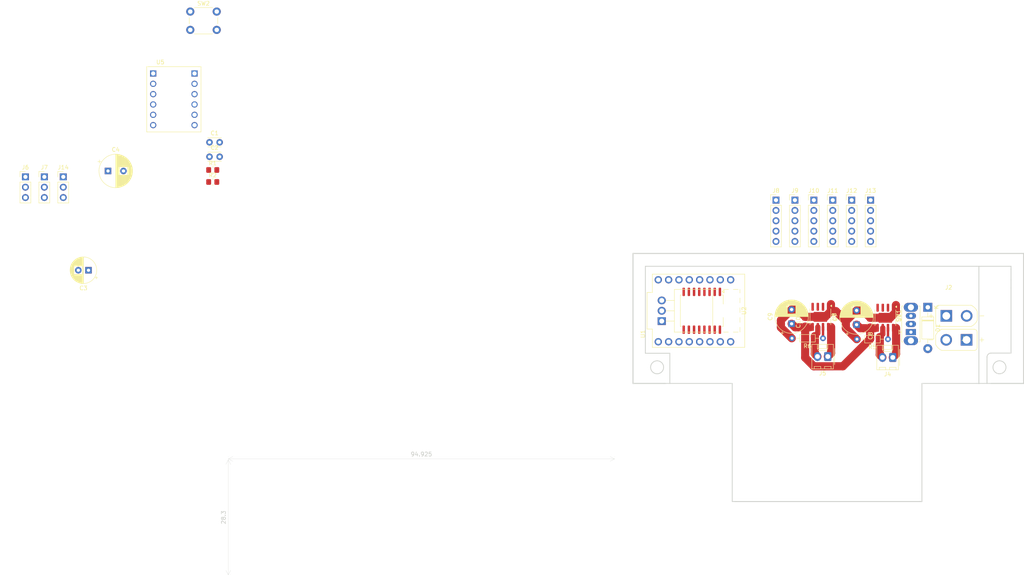
<source format=kicad_pcb>
(kicad_pcb (version 20241229) (generator "pcbnew") (generator_version "9.0")
  (layers (0 "F.Cu" signal) (2 "B.Cu" signal) (13 "F.Paste" user) (15 "B.Paste" user) (5 "F.SilkS" user "F.Silkscreen") (7 "B.SilkS" user "B.Silkscreen") (1 "F.Mask" user) (3 "B.Mask" user) (25 "Edge.Cuts" user))
  (net 0 "")
  (net 1 "VMOT")
  (net 2 "GND")
  (net 3 "+5V")
  (net 4 "Net-(D1-K)")
  (net 5 "Net-(D1-A)")
  (net 6 "Net-(J1-PadP)")
  (net 7 "Net-(J6-Pin_3)")
  (net 8 "Net-(J7-Pin_3)")
  (net 9 "SCL")
  (net 10 "SDA")
  (net 11 "VL53_0")
  (net 12 "+3.3V")
  (net 13 "VL53_1")
  (net 14 "VL53_2")
  (net 15 "VL53_3")
  (net 16 "VL53_5")
  (net 17 "VL53_4")
  (net 18 "Net-(J14-Pin_3)")
  (net 20 "Net-(U1-GPIO0)")
  (net 21 "INB2")
  (net 22 "QTR_DER")
  (net 23 "INA1")
  (net 24 "INA2")
  (net 26 "QTR_IZQ")
  (net 27 "INB1")
  (net 35 "/A4950 A/OUT2")
  (net 36 "/A4950 A/OUT1")
  (net 37 "Net-(U4-SDA)")
  (net 38 "Net-(U7-LSS)")
  (net 41 "Net-(U8-LSS)")
  (net 42 "/A4950 B/OUT1")
  (net 43 "/A4950 B/OUT2")
  (footprint "Connector_PinHeader_2.54mm:PinHeader_1x05_P2.54mm_Vertical" (layer "F.Cu") (at 215.55 86.19)
    (property "Reference" "J8" (at 0 -2.33 0) (layer "F.SilkS"))
    (property "Value" "Conn_01x05_Pin")
    (pad "1" thru_hole rect (at 0 0) (size 1.7 1.7) (drill 1) (layers "*.Cu" "*.Mask") (net 12 "+3.3V"))
    (pad "2" thru_hole oval (at 0 2.54) (size 1.7 1.7) (drill 1) (layers "*.Cu" "*.Mask") (net 2 "GND"))
    (pad "3" thru_hole oval (at 0 5.08) (size 1.7 1.7) (drill 1) (layers "*.Cu" "*.Mask") (net 9 "SCL"))
    (pad "4" thru_hole oval (at 0 7.62) (size 1.7 1.7) (drill 1) (layers "*.Cu" "*.Mask") (net 10 "SDA"))
    (pad "5" thru_hole oval (at 0 10.16) (size 1.7 1.7) (drill 1) (layers "*.Cu" "*.Mask") (net 11 "VL53_0"))
  )
  (footprint "Package_SO:SOIC-8-1EP_3.9x4.9mm_P1.27mm_EP2.41x3.3mm" (layer "F.Cu") (at 242.429 115.119 -90)
    (property "Reference" "U7" (at 0 -3.4 90) (layer "F.SilkS"))
    (property "Value" "A4950E")
    (pad "1" smd roundrect (at -2.475 -1.905 270) (size 1.95 0.6) (layers "F.Cu" "F.Mask" "F.Paste") (net 2 "GND"))
    (pad "2" smd roundrect (at -2.475 -0.635 270) (size 1.95 0.6) (layers "F.Cu" "F.Mask" "F.Paste") (net 24 "INA2"))
    (pad "3" smd roundrect (at -2.475 0.635 270) (size 1.95 0.6) (layers "F.Cu" "F.Mask" "F.Paste") (net 23 "INA1"))
    (pad "4" smd roundrect (at -2.475 1.905 270) (size 1.95 0.6) (layers "F.Cu" "F.Mask" "F.Paste") (net 12 "+3.3V"))
    (pad "5" smd roundrect (at 2.475 1.905 270) (size 1.95 0.6) (layers "F.Cu" "F.Mask" "F.Paste") (net 1 "VMOT"))
    (pad "6" smd roundrect (at 2.475 0.635 270) (size 1.95 0.6) (layers "F.Cu" "F.Mask" "F.Paste") (net 36 "/A4950 A/OUT1"))
    (pad "7" smd roundrect (at 2.475 -0.635 270) (size 1.95 0.6) (layers "F.Cu" "F.Mask" "F.Paste") (net 38 "Net-(U7-LSS)"))
    (pad "8" smd roundrect (at 2.475 -1.905 270) (size 1.95 0.6) (layers "F.Cu" "F.Mask" "F.Paste") (net 35 "/A4950 A/OUT2"))
    (pad "9" smd rect (at 0 0 270) (size 2.41 3.3) (property pad_prop_heatsink) (layers "F.Cu" "F.Mask") (net 2 "GND"))
  )
  (footprint "Button_Switch_THT:SW_PUSH_6mm_H4.3mm" (layer "F.Cu") (at 71.63 39.82)
    (property "Reference" "SW2" (at 3.25 -2 0) (layer "F.SilkS"))
    (property "Value" "SW_Push")
    (pad "1" thru_hole circle (at 0 0 90) (size 2 2) (drill 1.1) (layers "*.Cu" "*.Mask") (net 2 "GND"))
    (pad "1" thru_hole circle (at 6.5 0 90) (size 2 2) (drill 1.1) (layers "*.Cu" "*.Mask") (net 2 "GND"))
    (pad "2" thru_hole circle (at 0 4.5 90) (size 2 2) (drill 1.1) (layers "*.Cu" "*.Mask") (net 20 "Net-(U1-GPIO0)"))
    (pad "2" thru_hole circle (at 6.5 4.5 90) (size 2 2) (drill 1.1) (layers "*.Cu" "*.Mask") (net 20 "Net-(U1-GPIO0)"))
  )
  (footprint "Connector_Molex:Molex_KK-254_AE-6410-02A_1x02_P2.54mm_Vertical" (layer "F.Cu") (at 244.244 124.879 180)
    (property "Reference" "J4" (at 1.27 -4.12 0) (layer "F.SilkS"))
    (property "Value" "Conn_01x02_Pin")
    (pad "1" thru_hole roundrect (at 0 0 180) (size 1.74 2.19) (drill 1.19) (layers "*.Cu" "*.Mask") (roundrect_rratio 0.143678) (net 35 "/A4950 A/OUT2"))
    (pad "2" thru_hole oval (at 2.54 0 180) (size 1.74 2.19) (drill 1.19) (layers "*.Cu" "*.Mask") (net 36 "/A4950 A/OUT1"))
  )
  (footprint "XT30UPB-M:AMASS_XT30UPB-M" (layer "F.Cu") (at 259.9 114.65)
    (property "Reference" "J2" (at -1.925 -6.975 0) (layer "F.SilkS"))
    (property "Value" "XT30UPB-M")
    (pad "N" thru_hole circle (at 2.5 0) (size 2.85 2.85) (drill 1.9) (layers "*.Cu" "*.Mask") (net 6 "Net-(J1-PadP)"))
    (pad "P" thru_hole rect (at -2.5 0) (size 2.85 2.85) (drill 1.9) (layers "*.Cu" "*.Mask") (net 2 "GND"))
  )
  (footprint "BOB-12009:CONV_BOB-12009" (layer "F.Cu") (at 67.595 61.395)
    (property "Reference" "U5" (at -3.325 -9.135 0) (layer "F.SilkS"))
    (property "Value" "LEVEL-SHIFTER-4ch")
    (pad "GND_1" thru_hole circle (at 5.08 1.27) (size 1.524 1.524) (drill 1.016) (layers "*.Cu" "*.Mask") (net 2 "GND"))
    (pad "GND_2" thru_hole circle (at -5.08 1.27) (size 1.524 1.524) (drill 1.016) (layers "*.Cu" "*.Mask") (net 2 "GND"))
    (pad "HV" thru_hole circle (at 5.08 -1.27) (size 1.524 1.524) (drill 1.016) (layers "*.Cu" "*.Mask") (net 3 "+5V"))
    (pad "HV1" thru_hole rect (at 5.08 -6.35) (size 1.524 1.524) (drill 1.016) (layers "*.Cu" "*.Mask"))
    (pad "HV2" thru_hole circle (at 5.08 -3.81) (size 1.524 1.524) (drill 1.016) (layers "*.Cu" "*.Mask"))
    (pad "HV3" thru_hole circle (at 5.08 3.81) (size 1.524 1.524) (drill 1.016) (layers "*.Cu" "*.Mask") (net 7 "Net-(J6-Pin_3)"))
    (pad "HV4" thru_hole circle (at 5.08 6.35) (size 1.524 1.524) (drill 1.016) (layers "*.Cu" "*.Mask") (net 8 "Net-(J7-Pin_3)"))
    (pad "LV" thru_hole circle (at -5.08 -1.27) (size 1.524 1.524) (drill 1.016) (layers "*.Cu" "*.Mask") (net 12 "+3.3V"))
    (pad "LV1" thru_hole rect (at -5.08 -6.35) (size 1.524 1.524) (drill 1.016) (layers "*.Cu" "*.Mask"))
    (pad "LV2" thru_hole circle (at -5.08 -3.81) (size 1.524 1.524) (drill 1.016) (layers "*.Cu" "*.Mask"))
    (pad "LV3" thru_hole circle (at -5.08 3.81) (size 1.524 1.524) (drill 1.016) (layers "*.Cu" "*.Mask") (net 26 "QTR_IZQ"))
    (pad "LV4" thru_hole circle (at -5.08 6.35) (size 1.524 1.524) (drill 1.016) (layers "*.Cu" "*.Mask") (net 22 "QTR_DER"))
  )
  (footprint "Capacitor_THT:CP_Radial_D6.3mm_P2.50mm" (layer "F.Cu") (at 46.62 103.43 180)
    (property "Reference" "C3" (at 1.25 -4.4 0) (layer "F.SilkS"))
    (property "Value" "220uf / 25v")
    (pad "1" thru_hole rect (at 0 0 180) (size 1.6 1.6) (drill 0.8) (layers "*.Cu" "*.Mask") (net 1 "VMOT"))
    (pad "2" thru_hole circle (at 2.5 0 180) (size 1.6 1.6) (drill 0.8) (layers "*.Cu" "*.Mask") (net 2 "GND"))
  )
  (footprint "Capacitor_THT:C_Disc_D3.0mm_W2.0mm_P2.50mm" (layer "F.Cu") (at 76.35 75.52)
    (property "Reference" "C2" (at 1.25 -2.25 0) (layer "F.SilkS"))
    (property "Value" ".1uf")
    (pad "1" thru_hole circle (at 0 0) (size 1.6 1.6) (drill 0.8) (layers "*.Cu" "*.Mask") (net 3 "+5V"))
    (pad "2" thru_hole circle (at 2.5 0) (size 1.6 1.6) (drill 0.8) (layers "*.Cu" "*.Mask") (net 2 "GND"))
  )
  (footprint "XT30UPB-M:AMASS_XT30UPB-M" (layer "F.Cu") (at 259.875 120.55 180)
    (property "Reference" "J1" (at -2.0935 0.305 0) (layer "F.SilkS"))
    (property "Value" "XT30UPB-M")
    (pad "N" thru_hole circle (at 2.5 0 180) (size 2.85 2.85) (drill 1.9) (layers "*.Cu" "*.Mask") (net 5 "Net-(D1-A)"))
    (pad "P" thru_hole rect (at -2.5 0 180) (size 2.85 2.85) (drill 1.9) (layers "*.Cu" "*.Mask") (net 6 "Net-(J1-PadP)"))
  )
  (footprint "Package_SO:SOIC-16W_7.5x10.3mm_P1.27mm" (layer "F.Cu") (at 197.32 113.4 -90)
    (property "Reference" "U4" (at 0 -6.1 90) (layer "F.SilkS"))
    (property "Value" "PCF8574AT")
    (pad "1" smd roundrect (at -4.65 -4.445 270) (size 2.05 0.6) (layers "F.Cu" "F.Mask" "F.Paste") (net 2 "GND"))
    (pad "2" smd roundrect (at -4.65 -3.175 270) (size 2.05 0.6) (layers "F.Cu" "F.Mask" "F.Paste") (net 2 "GND"))
    (pad "3" smd roundrect (at -4.65 -1.905 270) (size 2.05 0.6) (layers "F.Cu" "F.Mask" "F.Paste") (net 2 "GND"))
    (pad "4" smd roundrect (at -4.65 -0.635 270) (size 2.05 0.6) (layers "F.Cu" "F.Mask" "F.Paste") (net 11 "VL53_0"))
    (pad "5" smd roundrect (at -4.65 0.635 270) (size 2.05 0.6) (layers "F.Cu" "F.Mask" "F.Paste") (net 13 "VL53_1"))
    (pad "6" smd roundrect (at -4.65 1.905 270) (size 2.05 0.6) (layers "F.Cu" "F.Mask" "F.Paste") (net 14 "VL53_2"))
    (pad "7" smd roundrect (at -4.65 3.175 270) (size 2.05 0.6) (layers "F.Cu" "F.Mask" "F.Paste") (net 15 "VL53_3"))
    (pad "8" smd roundrect (at -4.65 4.445 270) (size 2.05 0.6) (layers "F.Cu" "F.Mask" "F.Paste") (net 2 "GND"))
    (pad "9" smd roundrect (at 4.65 4.445 270) (size 2.05 0.6) (layers "F.Cu" "F.Mask" "F.Paste") (net 17 "VL53_4"))
    (pad "10" smd roundrect (at 4.65 3.175 270) (size 2.05 0.6) (layers "F.Cu" "F.Mask" "F.Paste") (net 16 "VL53_5"))
    (pad "11" smd roundrect (at 4.65 1.905 270) (size 2.05 0.6) (layers "F.Cu" "F.Mask" "F.Paste"))
    (pad "12" smd roundrect (at 4.65 0.635 270) (size 2.05 0.6) (layers "F.Cu" "F.Mask" "F.Paste"))
    (pad "13" smd roundrect (at 4.65 -0.635 270) (size 2.05 0.6) (layers "F.Cu" "F.Mask" "F.Paste"))
    (pad "14" smd roundrect (at 4.65 -1.905 270) (size 2.05 0.6) (layers "F.Cu" "F.Mask" "F.Paste") (net 9 "SCL"))
    (pad "15" smd roundrect (at 4.65 -3.175 270) (size 2.05 0.6) (layers "F.Cu" "F.Mask" "F.Paste") (net 37 "Net-(U4-SDA)"))
    (pad "16" smd roundrect (at 4.65 -4.445 270) (size 2.05 0.6) (layers "F.Cu" "F.Mask" "F.Paste") (net 12 "+3.3V"))
  )
  (footprint "Capacitor_THT:CP_Radial_D8.0mm_P3.50mm" (layer "F.Cu") (at 219.389 116.594 90)
    (property "Reference" "C9" (at 1.75 -5.25 90) (layer "F.SilkS"))
    (property "Value" "100uf/50v")
    (pad "1" thru_hole rect (at 0 0 90) (size 1.6 1.6) (drill 0.8) (layers "*.Cu" "*.Mask") (net 1 "VMOT"))
    (pad "2" thru_hole circle (at 3.5 0 90) (size 1.6 1.6) (drill 0.8) (layers "*.Cu" "*.Mask") (net 2 "GND"))
  )
  (footprint "Capacitor_SMD:C_0805_2012Metric_Pad1.18x1.45mm_HandSolder" (layer "F.Cu") (at 238.684 116.469 90)
    (property "Reference" "C8" (at -3.0775 0.08 90) (layer "F.SilkS"))
    (property "Value" "0.22uf")
    (pad "1" smd roundrect (at -1.0375 0 90) (size 1.175 1.45) (layers "F.Cu" "F.Mask" "F.Paste") (roundrect_rratio 0.212766) (net 1 "VMOT"))
    (pad "2" smd roundrect (at 1.0375 0 90) (size 1.175 1.45) (layers "F.Cu" "F.Mask" "F.Paste") (roundrect_rratio 0.212766) (net 2 "GND"))
  )
  (footprint "Connector_PinHeader_2.54mm:PinHeader_1x05_P2.54mm_Vertical" (layer "F.Cu") (at 224.85 86.19)
    (property "Reference" "J10" (at 0 -2.33 0) (layer "F.SilkS"))
    (property "Value" "Conn_01x05_Pin")
    (pad "1" thru_hole rect (at 0 0) (size 1.7 1.7) (drill 1) (layers "*.Cu" "*.Mask") (net 12 "+3.3V"))
    (pad "2" thru_hole oval (at 0 2.54) (size 1.7 1.7) (drill 1) (layers "*.Cu" "*.Mask") (net 2 "GND"))
    (pad "3" thru_hole oval (at 0 5.08) (size 1.7 1.7) (drill 1) (layers "*.Cu" "*.Mask") (net 9 "SCL"))
    (pad "4" thru_hole oval (at 0 7.62) (size 1.7 1.7) (drill 1) (layers "*.Cu" "*.Mask") (net 10 "SDA"))
    (pad "5" thru_hole oval (at 0 10.16) (size 1.7 1.7) (drill 1) (layers "*.Cu" "*.Mask") (net 14 "VL53_2"))
  )
  (footprint "Capacitor_THT:C_Disc_D3.0mm_W2.0mm_P2.50mm" (layer "F.Cu") (at 76.35 71.97)
    (property "Reference" "C1" (at 1.25 -2.25 0) (layer "F.SilkS"))
    (property "Value" ".33uf")
    (pad "1" thru_hole circle (at 0 0) (size 1.6 1.6) (drill 0.8) (layers "*.Cu" "*.Mask") (net 1 "VMOT"))
    (pad "2" thru_hole circle (at 2.5 0) (size 1.6 1.6) (drill 0.8) (layers "*.Cu" "*.Mask") (net 2 "GND"))
  )
  (footprint "Connector_PinHeader_2.54mm:PinHeader_1x05_P2.54mm_Vertical" (layer "F.Cu") (at 234.15 86.19)
    (property "Reference" "J12" (at 0 -2.33 0) (layer "F.SilkS"))
    (property "Value" "Conn_01x05_Pin")
    (pad "1" thru_hole rect (at 0 0) (size 1.7 1.7) (drill 1) (layers "*.Cu" "*.Mask") (net 12 "+3.3V"))
    (pad "2" thru_hole oval (at 0 2.54) (size 1.7 1.7) (drill 1) (layers "*.Cu" "*.Mask") (net 2 "GND"))
    (pad "3" thru_hole oval (at 0 5.08) (size 1.7 1.7) (drill 1) (layers "*.Cu" "*.Mask") (net 9 "SCL"))
    (pad "4" thru_hole oval (at 0 7.62) (size 1.7 1.7) (drill 1) (layers "*.Cu" "*.Mask") (net 10 "SDA"))
    (pad "5" thru_hole oval (at 0 10.16) (size 1.7 1.7) (drill 1) (layers "*.Cu" "*.Mask") (net 16 "VL53_5"))
  )
  (footprint "Package_TO_SOT_THT:TO-220F-3_Horizontal_TabUp" (layer "F.Cu") (at 187.475 115.94 90)
    (property "Reference" "U2" (at 2.54 20.22 90) (layer "F.SilkS"))
    (property "Value" "L7805")
    (pad "" np_thru_hole circle (at 2.54 15.8 90) (size 3.5 3.5) (drill 3.5) (layers "*.Cu" "*.Mask"))
    (pad "1" thru_hole rect (at 0 0 90) (size 1.905 2) (drill 1.2) (layers "*.Cu" "*.Mask") (net 1 "VMOT"))
    (pad "2" thru_hole oval (at 2.54 0 90) (size 1.905 2) (drill 1.2) (layers "*.Cu" "*.Mask") (net 2 "GND"))
    (pad "3" thru_hole oval (at 5.08 0 90) (size 1.905 2) (drill 1.2) (layers "*.Cu" "*.Mask") (net 3 "+5V"))
  )
  (footprint "Package_SO:SOIC-8-1EP_3.9x4.9mm_P1.27mm_EP2.41x3.3mm" (layer "F.Cu") (at 226.464 114.894 -90)
    (property "Reference" "U8" (at 0 -3.4 90) (layer "F.SilkS"))
    (property "Value" "A4950E")
    (pad "1" smd roundrect (at -2.475 -1.905 270) (size 1.95 0.6) (layers "F.Cu" "F.Mask" "F.Paste") (net 2 "GND"))
    (pad "2" smd roundrect (at -2.475 -0.635 270) (size 1.95 0.6) (layers "F.Cu" "F.Mask" "F.Paste") (net 21 "INB2"))
    (pad "3" smd roundrect (at -2.475 0.635 270) (size 1.95 0.6) (layers "F.Cu" "F.Mask" "F.Paste") (net 27 "INB1"))
    (pad "4" smd roundrect (at -2.475 1.905 270) (size 1.95 0.6) (layers "F.Cu" "F.Mask" "F.Paste") (net 12 "+3.3V"))
    (pad "5" smd roundrect (at 2.475 1.905 270) (size 1.95 0.6) (layers "F.Cu" "F.Mask" "F.Paste") (net 1 "VMOT"))
    (pad "6" smd roundrect (at 2.475 0.635 270) (size 1.95 0.6) (layers "F.Cu" "F.Mask" "F.Paste") (net 42 "/A4950 B/OUT1"))
    (pad "7" smd roundrect (at 2.475 -0.635 270) (size 1.95 0.6) (layers "F.Cu" "F.Mask" "F.Paste") (net 41 "Net-(U8-LSS)"))
    (pad "8" smd roundrect (at 2.475 -1.905 270) (size 1.95 0.6) (layers "F.Cu" "F.Mask" "F.Paste") (net 43 "/A4950 B/OUT2"))
    (pad "9" smd rect (at 0 0 270) (size 2.41 3.3) (property pad_prop_heatsink) (layers "F.Cu" "F.Mask") (net 2 "GND"))
  )
  (footprint "Resistor_THT:R_Axial_DIN0204_L3.6mm_D1.6mm_P7.62mm_Horizontal" (layer "F.Cu") (at 227.099 120.164 180)
    (property "Reference" "R6" (at 3.81 -1.92 0) (layer "F.SilkS"))
    (property "Value" "0.1/ 1W")
    (pad "1" thru_hole circle (at 0 0 180) (size 1.4 1.4) (drill 0.7) (layers "*.Cu" "*.Mask") (net 41 "Net-(U8-LSS)"))
    (pad "2" thru_hole oval (at 7.62 0 180) (size 1.4 1.4) (drill 0.7) (layers "*.Cu" "*.Mask") (net 2 "GND"))
  )
  (footprint "Resistor_SMD:R_0805_2012Metric_Pad1.20x1.40mm_HandSolder" (layer "F.Cu") (at 77.15 81.72)
    (property "Reference" "R2" (at 0 -1.65 0) (layer "F.SilkS"))
    (property "Value" "10k")
    (pad "1" smd roundrect (at -1 0) (size 1.2 1.4) (layers "F.Cu" "F.Mask" "F.Paste") (roundrect_rratio 0.208333) (net 12 "+3.3V"))
    (pad "2" smd roundrect (at 1 0) (size 1.2 1.4) (layers "F.Cu" "F.Mask" "F.Paste") (roundrect_rratio 0.208333) (net 9 "SCL"))
  )
  (footprint "Button_Switch_THT:SW_Slide_SPDT_Straight_CK_OS102011MS2Q" (layer "F.Cu") (at 248.702106 118.65 90)
    (property "Reference" "SW1" (at 3.99 -2.99 90) (layer "F.SilkS"))
    (property "Value" "SW_SPDT")
    (pad "" thru_hole oval (at -2.1 0 90) (size 2.2 3.5) (drill 1.5) (layers "*.Cu" "*.Mask"))
    (pad "" thru_hole oval (at 6.1 0 90) (size 2.2 3.5) (drill 1.5) (layers "*.Cu" "*.Mask"))
    (pad "1" thru_hole rect (at 0 0 90) (size 1.5 2.5) (drill 0.8) (layers "*.Cu" "*.Mask") (net 1 "VMOT"))
    (pad "2" thru_hole oval (at 2 0 90) (size 1.5 2.5) (drill 0.8) (layers "*.Cu" "*.Mask") (net 4 "Net-(D1-K)"))
    (pad "3" thru_hole oval (at 4 0 90) (size 1.5 2.5) (drill 0.8) (layers "*.Cu" "*.Mask"))
  )
  (footprint "Connector_PinHeader_2.54mm:PinHeader_1x05_P2.54mm_Vertical" (layer "F.Cu") (at 238.8 86.19)
    (property "Reference" "J13" (at 0 -2.33 0) (layer "F.SilkS"))
    (property "Value" "Conn_01x05_Pin")
    (pad "1" thru_hole rect (at 0 0) (size 1.7 1.7) (drill 1) (layers "*.Cu" "*.Mask") (net 12 "+3.3V"))
    (pad "2" thru_hole oval (at 0 2.54) (size 1.7 1.7) (drill 1) (layers "*.Cu" "*.Mask") (net 2 "GND"))
    (pad "3" thru_hole oval (at 0 5.08) (size 1.7 1.7) (drill 1) (layers "*.Cu" "*.Mask") (net 9 "SCL"))
    (pad "4" thru_hole oval (at 0 7.62) (size 1.7 1.7) (drill 1) (layers "*.Cu" "*.Mask") (net 10 "SDA"))
    (pad "5" thru_hole oval (at 0 10.16) (size 1.7 1.7) (drill 1) (layers "*.Cu" "*.Mask") (net 17 "VL53_4"))
  )
  (footprint "Capacitor_THT:CP_Radial_D8.0mm_P3.80mm" (layer "F.Cu") (at 51.414698 79.02)
    (property "Reference" "C4" (at 1.9 -5.25 0) (layer "F.SilkS"))
    (property "Value" "220uf / 25v")
    (pad "1" thru_hole rect (at 0 0) (size 1.6 1.6) (drill 0.8) (layers "*.Cu" "*.Mask") (net 3 "+5V"))
    (pad "2" thru_hole circle (at 3.8 0) (size 1.6 1.6) (drill 0.8) (layers "*.Cu" "*.Mask") (net 2 "GND"))
  )
  (footprint "Capacitor_THT:CP_Radial_D8.0mm_P3.50mm" (layer "F.Cu") (at 235.354 116.819 90)
    (property "Reference" "C7" (at 1.75 -5.25 90) (layer "F.SilkS"))
    (property "Value" "100uf/50v")
    (pad "1" thru_hole rect (at 0 0 90) (size 1.6 1.6) (drill 0.8) (layers "*.Cu" "*.Mask") (net 1 "VMOT"))
    (pad "2" thru_hole circle (at 3.5 0 90) (size 1.6 1.6) (drill 0.8) (layers "*.Cu" "*.Mask") (net 2 "GND"))
  )
  (footprint "Connector_Molex:Molex_KK-254_AE-6410-02A_1x02_P2.54mm_Vertical" (layer "F.Cu") (at 228.279 124.654 180)
    (property "Reference" "J5" (at 1.27 -4.12 0) (layer "F.SilkS"))
    (property "Value" "Conn_01x02_Pin")
    (pad "1" thru_hole roundrect (at 0 0 180) (size 1.74 2.19) (drill 1.19) (layers "*.Cu" "*.Mask") (roundrect_rratio 0.143678) (net 43 "/A4950 B/OUT2"))
    (pad "2" thru_hole oval (at 2.54 0 180) (size 1.74 2.19) (drill 1.19) (layers "*.Cu" "*.Mask") (net 42 "/A4950 B/OUT1"))
  )
  (footprint "Diode_THT:D_DO-41_SOD81_P10.16mm_Horizontal" (layer "F.Cu") (at 252.85 112.545 -90)
    (property "Reference" "D1" (at 5.08 -2.47 90) (layer "F.SilkS"))
    (property "Value" "1N4007")
    (fp_text user "K" (at 0 -2.1 90) (layer "F.SilkS"))
    (pad "1" thru_hole rect (at 0 0 270) (size 2.2 2.2) (drill 1.1) (layers "*.Cu" "*.Mask") (net 4 "Net-(D1-K)"))
    (pad "2" thru_hole oval (at 10.16 0 270) (size 2.2 2.2) (drill 1.1) (layers "*.Cu" "*.Mask") (net 5 "Net-(D1-A)"))
  )
  (footprint "ESP32-C3_SUPERMINI_TH:MODULE_ESP32-C3_SUPERMINI_TH" (layer "F.Cu") (at 196.525 113.4 90)
    (property "Reference" "U1" (at -5.715 -13.6525 90) (layer "F.SilkS"))
    (property "Value" "ESP32-C3_SUPERMINI_TH")
    (pad "0" thru_hole circle (at 7.62 7.88 90) (size 1.8 1.8) (drill 1.1) (layers "*.Cu" "*.Mask") (net 20 "Net-(U1-GPIO0)"))
    (pad "1" thru_hole circle (at 7.62 5.34 90) (size 1.8 1.8) (drill 1.1) (layers "*.Cu" "*.Mask") (net 18 "Net-(J14-Pin_3)"))
    (pad "2" thru_hole circle (at 7.62 2.8 90) (size 1.8 1.8) (drill 1.1) (layers "*.Cu" "*.Mask"))
    (pad "3" thru_hole circle (at 7.62 0.26 90) (size 1.8 1.8) (drill 1.1) (layers "*.Cu" "*.Mask") (net 22 "QTR_DER"))
    (pad "3.3" thru_hole circle (at 7.62 -4.82 90) (size 1.8 1.8) (drill 1.1) (layers "*.Cu" "*.Mask") (net 12 "+3.3V"))
    (pad "4" thru_hole circle (at 7.62 -2.28 90) (size 1.8 1.8) (drill 1.1) (layers "*.Cu" "*.Mask") (net 26 "QTR_IZQ"))
    (pad "5" thru_hole circle (at -7.62 -9.9 90) (size 1.8 1.8) (drill 1.1) (layers "*.Cu" "*.Mask"))
    (pad "5V" thru_hole circle (at 7.62 -9.9 90) (size 1.8 1.8) (drill 1.1) (layers "*.Cu" "*.Mask") (net 3 "+5V"))
    (pad "6" thru_hole circle (at -7.62 -7.36 90) (size 1.8 1.8) (drill 1.1) (layers "*.Cu" "*.Mask") (net 24 "INA2"))
    (pad "7" thru_hole circle (at -7.62 -4.82 90) (size 1.8 1.8) (drill 1.1) (layers "*.Cu" "*.Mask") (net 23 "INA1"))
    (pad "8" thru_hole circle (at -7.62 -2.28 90) (size 1.8 1.8) (drill 1.1) (layers "*.Cu" "*.Mask") (net 10 "SDA"))
    (pad "9" thru_hole circle (at -7.62 0.26 90) (size 1.8 1.8) (drill 1.1) (layers "*.Cu" "*.Mask") (net 9 "SCL"))
    (pad "10" thru_hole circle (at -7.62 2.8 90) (size 1.8 1.8) (drill 1.1) (layers "*.Cu" "*.Mask") (net 27 "INB1"))
    (pad "20" thru_hole circle (at -7.62 5.34 90) (size 1.8 1.8) (drill 1.1) (layers "*.Cu" "*.Mask") (net 21 "INB2"))
    (pad "21" thru_hole circle (at -7.62 7.88 90) (size 1.8 1.8) (drill 1.1) (layers "*.Cu" "*.Mask"))
    (pad "G" thru_hole circle (at 7.62 -7.36 90) (size 1.8 1.8) (drill 1.1) (layers "*.Cu" "*.Mask") (net 2 "GND"))
  )
  (footprint "Connector_PinHeader_2.54mm:PinHeader_1x03_P2.54mm_Vertical" (layer "F.Cu") (at 40.42 80.47)
    (property "Reference" "J14" (at 0 -2.33 0) (layer "F.SilkS"))
    (property "Value" "Conn_01x03_Pin")
    (pad "1" thru_hole rect (at 0 0) (size 1.7 1.7) (drill 1) (layers "*.Cu" "*.Mask") (net 2 "GND"))
    (pad "2" thru_hole oval (at 0 2.54) (size 1.7 1.7) (drill 1) (layers "*.Cu" "*.Mask") (net 12 "+3.3V"))
    (pad "3" thru_hole oval (at 0 5.08) (size 1.7 1.7) (drill 1) (layers "*.Cu" "*.Mask") (net 18 "Net-(J14-Pin_3)"))
  )
  (footprint "Connector_PinHeader_2.54mm:PinHeader_1x05_P2.54mm_Vertical" (layer "F.Cu") (at 229.5 86.19)
    (property "Reference" "J11" (at 0 -2.33 0) (layer "F.SilkS"))
    (property "Value" "Conn_01x05_Pin")
    (pad "1" thru_hole rect (at 0 0) (size 1.7 1.7) (drill 1) (layers "*.Cu" "*.Mask") (net 12 "+3.3V"))
    (pad "2" thru_hole oval (at 0 2.54) (size 1.7 1.7) (drill 1) (layers "*.Cu" "*.Mask") (net 2 "GND"))
    (pad "3" thru_hole oval (at 0 5.08) (size 1.7 1.7) (drill 1) (layers "*.Cu" "*.Mask") (net 9 "SCL"))
    (pad "4" thru_hole oval (at 0 7.62) (size 1.7 1.7) (drill 1) (layers "*.Cu" "*.Mask") (net 10 "SDA"))
    (pad "5" thru_hole oval (at 0 10.16) (size 1.7 1.7) (drill 1) (layers "*.Cu" "*.Mask") (net 15 "VL53_3"))
  )
  (footprint "Capacitor_SMD:C_0805_2012Metric_Pad1.18x1.45mm_HandSolder" (layer "F.Cu") (at 222.719 116.244 90)
    (property "Reference" "C10" (at 0 -1.68 90) (layer "F.SilkS"))
    (property "Value" "0.22uf")
    (pad "1" smd roundrect (at -1.0375 0 90) (size 1.175 1.45) (layers "F.Cu" "F.Mask" "F.Paste") (roundrect_rratio 0.212766) (net 1 "VMOT"))
    (pad "2" smd roundrect (at 1.0375 0 90) (size 1.175 1.45) (layers "F.Cu" "F.Mask" "F.Paste") (roundrect_rratio 0.212766) (net 2 "GND"))
  )
  (footprint "Resistor_SMD:R_0805_2012Metric_Pad1.20x1.40mm_HandSolder" (layer "F.Cu") (at 77.15 78.77)
    (property "Reference" "R1" (at 0 -1.65 0) (layer "F.SilkS"))
    (property "Value" "10k")
    (pad "1" smd roundrect (at -1 0) (size 1.2 1.4) (layers "F.Cu" "F.Mask" "F.Paste") (roundrect_rratio 0.208333) (net 12 "+3.3V"))
    (pad "2" smd roundrect (at 1 0) (size 1.2 1.4) (layers "F.Cu" "F.Mask" "F.Paste") (roundrect_rratio 0.208333) (net 37 "Net-(U4-SDA)"))
  )
  (footprint "Connector_PinHeader_2.54mm:PinHeader_1x05_P2.54mm_Vertical" (layer "F.Cu") (at 220.2 86.19)
    (property "Reference" "J9" (at 0 -2.33 0) (layer "F.SilkS"))
    (property "Value" "Conn_01x05_Pin")
    (pad "1" thru_hole rect (at 0 0) (size 1.7 1.7) (drill 1) (layers "*.Cu" "*.Mask") (net 12 "+3.3V"))
    (pad "2" thru_hole oval (at 0 2.54) (size 1.7 1.7) (drill 1) (layers "*.Cu" "*.Mask") (net 2 "GND"))
    (pad "3" thru_hole oval (at 0 5.08) (size 1.7 1.7) (drill 1) (layers "*.Cu" "*.Mask") (net 9 "SCL"))
    (pad "4" thru_hole oval (at 0 7.62) (size 1.7 1.7) (drill 1) (layers "*.Cu" "*.Mask") (net 10 "SDA"))
    (pad "5" thru_hole oval (at 0 10.16) (size 1.7 1.7) (drill 1) (layers "*.Cu" "*.Mask") (net 13 "VL53_1"))
  )
  (footprint "Resistor_THT:R_Axial_DIN0204_L3.6mm_D1.6mm_P7.62mm_Horizontal" (layer "F.Cu") (at 243.064 120.389 180)
    (property "Reference" "R5" (at 3.81 -1.92 0) (layer "F.SilkS"))
    (property "Value" "0.1/ 1W")
    (pad "1" thru_hole circle (at 0 0 180) (size 1.4 1.4) (drill 0.7) (layers "*.Cu" "*.Mask") (net 38 "Net-(U7-LSS)"))
    (pad "2" thru_hole oval (at 7.62 0 180) (size 1.4 1.4) (drill 0.7) (layers "*.Cu" "*.Mask") (net 2 "GND"))
  )
  (footprint "Connector_PinHeader_2.54mm:PinHeader_1x03_P2.54mm_Vertical" (layer "F.Cu") (at 31.12 80.47)
    (property "Reference" "J6" (at 0 -2.33 0) (layer "F.SilkS"))
    (property "Value" "Conn_01x03_Pin")
    (pad "1" thru_hole rect (at 0 0) (size 1.7 1.7) (drill 1) (layers "*.Cu" "*.Mask") (net 3 "+5V"))
    (pad "2" thru_hole oval (at 0 2.54) (size 1.7 1.7) (drill 1) (layers "*.Cu" "*.Mask") (net 2 "GND"))
    (pad "3" thru_hole oval (at 0 5.08) (size 1.7 1.7) (drill 1) (layers "*.Cu" "*.Mask") (net 7 "Net-(J6-Pin_3)"))
  )
  (footprint "Connector_PinHeader_2.54mm:PinHeader_1x03_P2.54mm_Vertical" (layer "F.Cu") (at 35.77 80.47)
    (property "Reference" "J7" (at 0 -2.33 0) (layer "F.SilkS"))
    (property "Value" "Conn_01x03_Pin")
    (pad "1" thru_hole rect (at 0 0) (size 1.7 1.7) (drill 1) (layers "*.Cu" "*.Mask") (net 3 "+5V"))
    (pad "2" thru_hole oval (at 0 2.54) (size 1.7 1.7) (drill 1) (layers "*.Cu" "*.Mask") (net 2 "GND"))
    (pad "3" thru_hole oval (at 0 5.08) (size 1.7 1.7) (drill 1) (layers "*.Cu" "*.Mask") (net 8 "Net-(J7-Pin_3)"))
  )
  (gr_line (start 204.8 131.271063) (end 204.8 160.3) (stroke (width 0.2)) (layer "Edge.Cuts"))
  (gr_line (start 276.4 131.271063) (end 251.399469 131.271063) (stroke (width 0.2)) (layer "Edge.Cuts"))
  (gr_line (start 183.451004 102.465412) (end 183.451004 123.855077) (stroke (width 0.2)) (layer "Edge.Cuts"))
  (gr_line (start 180.4 131.271063) (end 188.4 131.271063) (stroke (width 0.2)) (layer "Edge.Cuts"))
  (gr_line (start 204.8 160.3) (end 251.4 160.3) (stroke (width 0.2)) (layer "Edge.Cuts"))
  (gr_line (start 276.4 99.308649) (end 180.4 99.308649) (stroke (width 0.2)) (layer "Edge.Cuts"))
  (gr_line (start 273.3 105.8) (end 273.3 103.2) (stroke (width 0.2)) (layer "Edge.Cuts"))
  (gr_line (start 183.451004 123.855077) (end 189.45769 123.855077) (stroke (width 0.2)) (layer "Edge.Cuts"))
  (gr_line (start 276.4 99.308649) (end 276.4 131.271063) (stroke (width 0.2)) (layer "Edge.Cuts"))
  (gr_line (start 273.3 103.2) (end 273.3 102.465412) (stroke (width 0.2)) (layer "Edge.Cuts"))
  (gr_line (start 204.8 131.271063) (end 180.4 131.271063) (stroke (width 0.2)) (layer "Edge.Cuts"))
  (gr_line (start 267.4 124.8) (end 267.4 131.271063) (stroke (width 0.2)) (layer "Edge.Cuts"))
  (gr_line (start 189.45769 123.855077) (end 189.45769 131.271063) (stroke (width 0.2)) (layer "Edge.Cuts"))
  (gr_line (start 251.399469 131.271063) (end 251.399469 160.3) (stroke (width 0.2)) (layer "Edge.Cuts"))
  (gr_line (start 273.3 105.8) (end 273.3 107.8) (stroke (width 0.2)) (layer "Edge.Cuts"))
  (gr_line (start 180.4 99.308649) (end 276.4 99.308649) (stroke (width 0.2)) (layer "Edge.Cuts"))
  (gr_circle (center 186.338889 127.3) (end 187.938889 127.3) (stroke (width 0.2)) (fill no) (layer "Edge.Cuts"))
  (gr_arc (start 267.4 124.8) (mid 267.692893 124.092893) (end 268.4 123.8) (stroke (width 0.2)) (layer "Edge.Cuts"))
  (gr_line (start 265.4 131.325) (end 265.4 102.475) (stroke (width 0.2)) (layer "Edge.Cuts"))
  (gr_line (start 180.4 131.271063) (end 180.4 99.308649) (stroke (width 0.2)) (layer "Edge.Cuts"))
  (gr_line (start 273.3 107.8) (end 273.3 123.8) (stroke (width 0.2)) (layer "Edge.Cuts"))
  (gr_line (start 273.3 102.465412) (end 183.451004 102.465412) (stroke (width 0.2)) (layer "Edge.Cuts"))
  (gr_line (start 273.3 123.8) (end 268.4 123.8) (stroke (width 0.2)) (layer "Edge.Cuts"))
  (gr_line (start 180.4 99.308649) (end 180.4 131.271063) (stroke (width 0.2)) (layer "Edge.Cuts"))
  (gr_circle (center 270.461111 127.3) (end 272.061111 127.3) (stroke (width 0.2)) (fill no) (layer "Edge.Cuts"))
  (gr_line (start 276.4 131.271063) (end 276.4 99.308649) (stroke (width 0.2)) (layer "Edge.Cuts"))
  (gr_line (start 251.399469 160.3) (end 205.4 160.3) (stroke (width 0.2)) (layer "Edge.Cuts"))
  (gr_line (start 268.4 131.271063) (end 276.4 131.271063) (stroke (width 0.2)) (layer "Edge.Cuts"))
  (dimension (type aligned) (layer "Edge.Cuts") (pts (xy 80.963106 150.056) (xy 80.963106 178.356)) (height 0) (format (prefix "") (suffix "") (units 3) (units_format 0) (precision 4) (suppress_zeroes yes)) (style (thickness 0.05) (arrow_length 1.27) (text_position_mode 0) (arrow_direction outward) (extension_height 0.58642) (extension_offset 0.5) (keep_text_aligned yes)) (gr_text "28,3" (at 79.813106 164.206 90) (layer "Edge.Cuts") (effects (font (size 1 1) (thickness 0.15)))))
  (dimension (type aligned) (layer "Edge.Cuts") (pts (xy 80.963106 149.831) (xy 175.888106 149.831)) (height 0) (format (prefix "") (suffix "") (units 3) (units_format 0) (precision 4) (suppress_zeroes yes)) (style (thickness 0.05) (arrow_length 1.27) (text_position_mode 0) (arrow_direction outward) (extension_height 0.58642) (extension_offset 0.5) (keep_text_aligned yes)) (gr_text "94,925" (at 128.425606 148.681 0) (layer "Edge.Cuts") (effects (font (size 1 1) (thickness 0.15)))))
  (segment (start 219.389 116.594) (end 220.259 117.464) (width 2) (layer "F.Cu") (net 1))
  (segment (start 235.354 116.819) (end 236.224 117.689) (width 2) (layer "F.Cu") (net 1))
  (segment (start 220.259 117.464) (end 223.869 117.464) (width 2) (layer "F.Cu") (net 1))
  (segment (start 224.839742 127.05) (end 231.977106 127.05) (width 2) (layer "F.Cu") (net 1))
  (segment (start 238.684 120.343106) (end 238.684 117.5065) (width 2) (layer "F.Cu") (net 1))
  (segment (start 231.977106 127.05) (end 238.684 120.343106) (width 2) (layer "F.Cu") (net 1))
  (segment (start 222.719 117.2815) (end 222.719 124.929258) (width 2) (layer "F.Cu") (net 1))
  (segment (start 236.224 117.689) (end 239.834 117.689) (width 2) (layer "F.Cu") (net 1))
  (segment (start 222.719 124.929258) (end 224.839742 127.05) (width 2) (layer "F.Cu") (net 1))
  (segment (start 216.759 115.724) (end 216.759 117.504) (width 2) (layer "F.Cu") (net 2))
  (segment (start 220.959 113.094) (end 219.389 113.094) (width 2) (layer "F.Cu") (net 2))
  (segment (start 229.059 113.49018) (end 230.26518 113.49018) (width 2) (layer "F.Cu") (net 2))
  (segment (start 242.429 115.119) (end 238.724 115.119) (width 2) (layer "F.Cu") (net 2))
  (segment (start 232.724 117.729) (end 235.384 120.389) (width 2) (layer "F.Cu") (net 2))
  (segment (start 243.62018 115.119) (end 245.024 113.71518) (width 2) (layer "F.Cu") (net 2))
  (segment (start 242.429 115.119) (end 243.62018 115.119) (width 2) (layer "F.Cu") (net 2))
  (segment (start 226.464 114.894) (end 227.65518 114.894) (width 2) (layer "F.Cu") (net 2))
  (segment (start 238.724 115.119) (end 236.924 113.319) (width 2) (layer "F.Cu") (net 2))
  (segment (start 226.464 114.894) (end 222.759 114.894) (width 2) (layer "F.Cu") (net 2))
  (segment (start 216.759 117.504) (end 219.419 120.164) (width 2) (layer "F.Cu") (net 2))
  (segment (start 235.354 113.319) (end 232.724 115.949) (width 2) (layer "F.Cu") (net 2))
  (segment (start 227.65518 114.894) (end 229.059 113.49018) (width 2) (layer "F.Cu") (net 2))
  (segment (start 222.759 114.894) (end 220.959 113.094) (width 2) (layer "F.Cu") (net 2))
  (segment (start 232.724 115.949) (end 232.724 117.729) (width 2) (layer "F.Cu") (net 2))
  (segment (start 236.924 113.319) (end 235.354 113.319) (width 2) (layer "F.Cu") (net 2))
  (segment (start 219.389 113.094) (end 216.759 115.724) (width 2) (layer "F.Cu") (net 2))
  (segment (start 230.26518 113.49018) (end 232.724 115.949) (width 2) (layer "F.Cu") (net 2))
  (segment (start 229.059 113.49018) (end 229.059 111.764) (width 2) (layer "F.Cu") (net 2))
  (segment (start 245.024 113.71518) (end 245.024 111.989) (width 2) (layer "F.Cu") (net 2))
  (segment (start 245.065 124.058) (end 245.065 117.625) (width 2) (layer "F.Cu") (net 35))
  (segment (start 244.244 124.879) (end 245.065 124.058) (width 2) (layer "F.Cu") (net 35))
  (segment (start 241.704 124.879) (end 241.063 124.238) (width 2) (layer "F.Cu") (net 36))
  (segment (start 241.063 119.87) (end 241.063 119.969) (width 2) (layer "F.Cu") (net 36))
  (segment (start 241.063 124.238) (end 241.063 119.87) (width 2) (layer "F.Cu") (net 36))
  (segment (start 241.794 119.139) (end 241.063 119.87) (width 1.3) (layer "F.Cu") (net 36))
  (segment (start 241.794 117.594) (end 241.794 119.139) (width 1.3) (layer "F.Cu") (net 36))
  (segment (start 243.064 120.329) (end 243.004 120.389) (width 0.6) (layer "F.Cu") (net 38))
  (segment (start 243.064 117.594) (end 243.064 120.329) (width 0.6) (layer "F.Cu") (net 38))
  (segment (start 227.099 117.369) (end 227.099 120.104) (width 0.6) (layer "F.Cu") (net 41))
  (segment (start 227.099 120.104) (end 227.039 120.164) (width 0.6) (layer "F.Cu") (net 41))
  (segment (start 225.098 119.645) (end 225.098 119.744) (width 2) (layer "F.Cu") (net 42))
  (segment (start 225.739 124.654) (end 225.098 124.013) (width 2) (layer "F.Cu") (net 42))
  (segment (start 225.829 117.369) (end 225.829 118.914) (width 1.3) (layer "F.Cu") (net 42))
  (segment (start 225.098 124.013) (end 225.098 119.645) (width 2) (layer "F.Cu") (net 42))
  (segment (start 225.829 118.914) (end 225.098 119.645) (width 1.3) (layer "F.Cu") (net 42))
  (segment (start 229.1 123.833) (end 229.1 117.4) (width 2) (layer "F.Cu") (net 43))
  (segment (start 228.279 124.654) (end 229.1 123.833) (width 2) (layer "F.Cu") (net 43))
)
</source>
